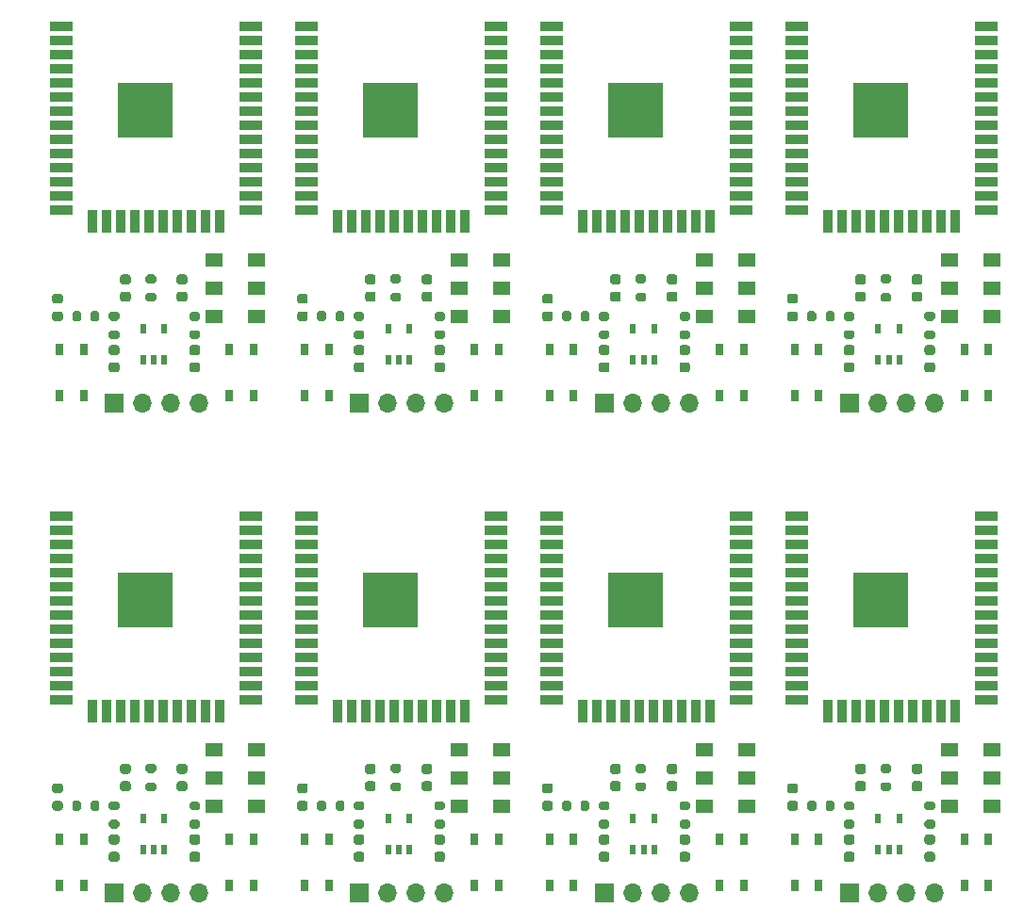
<source format=gts>
%TF.GenerationSoftware,KiCad,Pcbnew,(5.1.7)-1*%
%TF.CreationDate,2020-10-20T02:58:57+09:00*%
%TF.ProjectId,UARTtoBluetooth_array,55415254-746f-4426-9c75-65746f6f7468,rev?*%
%TF.SameCoordinates,Original*%
%TF.FileFunction,Soldermask,Top*%
%TF.FilePolarity,Negative*%
%FSLAX46Y46*%
G04 Gerber Fmt 4.6, Leading zero omitted, Abs format (unit mm)*
G04 Created by KiCad (PCBNEW (5.1.7)-1) date 2020-10-20 02:58:57*
%MOMM*%
%LPD*%
G01*
G04 APERTURE LIST*
%ADD10R,1.500000X1.200000*%
%ADD11R,0.600000X0.900000*%
%ADD12R,5.000000X5.000000*%
%ADD13R,2.000000X0.900000*%
%ADD14R,0.900000X2.000000*%
%ADD15R,0.650000X1.050000*%
%ADD16R,1.700000X1.700000*%
%ADD17O,1.700000X1.700000*%
G04 APERTURE END LIST*
D10*
%TO.C,SW1*%
X197708000Y-144730000D03*
X201518000Y-144730000D03*
X201518000Y-142190000D03*
X197708000Y-142190000D03*
X197708000Y-139650000D03*
X201518000Y-139650000D03*
%TD*%
%TO.C,SW1*%
X175708000Y-144730000D03*
X179518000Y-144730000D03*
X179518000Y-142190000D03*
X175708000Y-142190000D03*
X175708000Y-139650000D03*
X179518000Y-139650000D03*
%TD*%
%TO.C,SW1*%
X153708000Y-144730000D03*
X157518000Y-144730000D03*
X157518000Y-142190000D03*
X153708000Y-142190000D03*
X153708000Y-139650000D03*
X157518000Y-139650000D03*
%TD*%
%TO.C,SW1*%
X131708000Y-144730000D03*
X135518000Y-144730000D03*
X135518000Y-142190000D03*
X131708000Y-142190000D03*
X131708000Y-139650000D03*
X135518000Y-139650000D03*
%TD*%
%TO.C,SW1*%
X197708000Y-100730000D03*
X201518000Y-100730000D03*
X201518000Y-98190000D03*
X197708000Y-98190000D03*
X197708000Y-95650000D03*
X201518000Y-95650000D03*
%TD*%
%TO.C,SW1*%
X175708000Y-100730000D03*
X179518000Y-100730000D03*
X179518000Y-98190000D03*
X175708000Y-98190000D03*
X175708000Y-95650000D03*
X179518000Y-95650000D03*
%TD*%
%TO.C,SW1*%
X153708000Y-100730000D03*
X157518000Y-100730000D03*
X157518000Y-98190000D03*
X153708000Y-98190000D03*
X153708000Y-95650000D03*
X157518000Y-95650000D03*
%TD*%
%TO.C,R1*%
G36*
G01*
X184945000Y-145005000D02*
X184945000Y-144455000D01*
G75*
G02*
X185145000Y-144255000I200000J0D01*
G01*
X185545000Y-144255000D01*
G75*
G02*
X185745000Y-144455000I0J-200000D01*
G01*
X185745000Y-145005000D01*
G75*
G02*
X185545000Y-145205000I-200000J0D01*
G01*
X185145000Y-145205000D01*
G75*
G02*
X184945000Y-145005000I0J200000D01*
G01*
G37*
G36*
G01*
X186595000Y-145005000D02*
X186595000Y-144455000D01*
G75*
G02*
X186795000Y-144255000I200000J0D01*
G01*
X187195000Y-144255000D01*
G75*
G02*
X187395000Y-144455000I0J-200000D01*
G01*
X187395000Y-145005000D01*
G75*
G02*
X187195000Y-145205000I-200000J0D01*
G01*
X186795000Y-145205000D01*
G75*
G02*
X186595000Y-145005000I0J200000D01*
G01*
G37*
%TD*%
%TO.C,R1*%
G36*
G01*
X162945000Y-145005000D02*
X162945000Y-144455000D01*
G75*
G02*
X163145000Y-144255000I200000J0D01*
G01*
X163545000Y-144255000D01*
G75*
G02*
X163745000Y-144455000I0J-200000D01*
G01*
X163745000Y-145005000D01*
G75*
G02*
X163545000Y-145205000I-200000J0D01*
G01*
X163145000Y-145205000D01*
G75*
G02*
X162945000Y-145005000I0J200000D01*
G01*
G37*
G36*
G01*
X164595000Y-145005000D02*
X164595000Y-144455000D01*
G75*
G02*
X164795000Y-144255000I200000J0D01*
G01*
X165195000Y-144255000D01*
G75*
G02*
X165395000Y-144455000I0J-200000D01*
G01*
X165395000Y-145005000D01*
G75*
G02*
X165195000Y-145205000I-200000J0D01*
G01*
X164795000Y-145205000D01*
G75*
G02*
X164595000Y-145005000I0J200000D01*
G01*
G37*
%TD*%
%TO.C,R1*%
G36*
G01*
X140945000Y-145005000D02*
X140945000Y-144455000D01*
G75*
G02*
X141145000Y-144255000I200000J0D01*
G01*
X141545000Y-144255000D01*
G75*
G02*
X141745000Y-144455000I0J-200000D01*
G01*
X141745000Y-145005000D01*
G75*
G02*
X141545000Y-145205000I-200000J0D01*
G01*
X141145000Y-145205000D01*
G75*
G02*
X140945000Y-145005000I0J200000D01*
G01*
G37*
G36*
G01*
X142595000Y-145005000D02*
X142595000Y-144455000D01*
G75*
G02*
X142795000Y-144255000I200000J0D01*
G01*
X143195000Y-144255000D01*
G75*
G02*
X143395000Y-144455000I0J-200000D01*
G01*
X143395000Y-145005000D01*
G75*
G02*
X143195000Y-145205000I-200000J0D01*
G01*
X142795000Y-145205000D01*
G75*
G02*
X142595000Y-145005000I0J200000D01*
G01*
G37*
%TD*%
%TO.C,R1*%
G36*
G01*
X118945000Y-145005000D02*
X118945000Y-144455000D01*
G75*
G02*
X119145000Y-144255000I200000J0D01*
G01*
X119545000Y-144255000D01*
G75*
G02*
X119745000Y-144455000I0J-200000D01*
G01*
X119745000Y-145005000D01*
G75*
G02*
X119545000Y-145205000I-200000J0D01*
G01*
X119145000Y-145205000D01*
G75*
G02*
X118945000Y-145005000I0J200000D01*
G01*
G37*
G36*
G01*
X120595000Y-145005000D02*
X120595000Y-144455000D01*
G75*
G02*
X120795000Y-144255000I200000J0D01*
G01*
X121195000Y-144255000D01*
G75*
G02*
X121395000Y-144455000I0J-200000D01*
G01*
X121395000Y-145005000D01*
G75*
G02*
X121195000Y-145205000I-200000J0D01*
G01*
X120795000Y-145205000D01*
G75*
G02*
X120595000Y-145005000I0J200000D01*
G01*
G37*
%TD*%
%TO.C,R1*%
G36*
G01*
X184945000Y-101005000D02*
X184945000Y-100455000D01*
G75*
G02*
X185145000Y-100255000I200000J0D01*
G01*
X185545000Y-100255000D01*
G75*
G02*
X185745000Y-100455000I0J-200000D01*
G01*
X185745000Y-101005000D01*
G75*
G02*
X185545000Y-101205000I-200000J0D01*
G01*
X185145000Y-101205000D01*
G75*
G02*
X184945000Y-101005000I0J200000D01*
G01*
G37*
G36*
G01*
X186595000Y-101005000D02*
X186595000Y-100455000D01*
G75*
G02*
X186795000Y-100255000I200000J0D01*
G01*
X187195000Y-100255000D01*
G75*
G02*
X187395000Y-100455000I0J-200000D01*
G01*
X187395000Y-101005000D01*
G75*
G02*
X187195000Y-101205000I-200000J0D01*
G01*
X186795000Y-101205000D01*
G75*
G02*
X186595000Y-101005000I0J200000D01*
G01*
G37*
%TD*%
%TO.C,R1*%
G36*
G01*
X162945000Y-101005000D02*
X162945000Y-100455000D01*
G75*
G02*
X163145000Y-100255000I200000J0D01*
G01*
X163545000Y-100255000D01*
G75*
G02*
X163745000Y-100455000I0J-200000D01*
G01*
X163745000Y-101005000D01*
G75*
G02*
X163545000Y-101205000I-200000J0D01*
G01*
X163145000Y-101205000D01*
G75*
G02*
X162945000Y-101005000I0J200000D01*
G01*
G37*
G36*
G01*
X164595000Y-101005000D02*
X164595000Y-100455000D01*
G75*
G02*
X164795000Y-100255000I200000J0D01*
G01*
X165195000Y-100255000D01*
G75*
G02*
X165395000Y-100455000I0J-200000D01*
G01*
X165395000Y-101005000D01*
G75*
G02*
X165195000Y-101205000I-200000J0D01*
G01*
X164795000Y-101205000D01*
G75*
G02*
X164595000Y-101005000I0J200000D01*
G01*
G37*
%TD*%
%TO.C,R1*%
G36*
G01*
X140945000Y-101005000D02*
X140945000Y-100455000D01*
G75*
G02*
X141145000Y-100255000I200000J0D01*
G01*
X141545000Y-100255000D01*
G75*
G02*
X141745000Y-100455000I0J-200000D01*
G01*
X141745000Y-101005000D01*
G75*
G02*
X141545000Y-101205000I-200000J0D01*
G01*
X141145000Y-101205000D01*
G75*
G02*
X140945000Y-101005000I0J200000D01*
G01*
G37*
G36*
G01*
X142595000Y-101005000D02*
X142595000Y-100455000D01*
G75*
G02*
X142795000Y-100255000I200000J0D01*
G01*
X143195000Y-100255000D01*
G75*
G02*
X143395000Y-100455000I0J-200000D01*
G01*
X143395000Y-101005000D01*
G75*
G02*
X143195000Y-101205000I-200000J0D01*
G01*
X142795000Y-101205000D01*
G75*
G02*
X142595000Y-101005000I0J200000D01*
G01*
G37*
%TD*%
%TO.C,D1*%
G36*
G01*
X183373750Y-142717500D02*
X183886250Y-142717500D01*
G75*
G02*
X184105000Y-142936250I0J-218750D01*
G01*
X184105000Y-143373750D01*
G75*
G02*
X183886250Y-143592500I-218750J0D01*
G01*
X183373750Y-143592500D01*
G75*
G02*
X183155000Y-143373750I0J218750D01*
G01*
X183155000Y-142936250D01*
G75*
G02*
X183373750Y-142717500I218750J0D01*
G01*
G37*
G36*
G01*
X183373750Y-144292500D02*
X183886250Y-144292500D01*
G75*
G02*
X184105000Y-144511250I0J-218750D01*
G01*
X184105000Y-144948750D01*
G75*
G02*
X183886250Y-145167500I-218750J0D01*
G01*
X183373750Y-145167500D01*
G75*
G02*
X183155000Y-144948750I0J218750D01*
G01*
X183155000Y-144511250D01*
G75*
G02*
X183373750Y-144292500I218750J0D01*
G01*
G37*
%TD*%
%TO.C,D1*%
G36*
G01*
X161373750Y-142717500D02*
X161886250Y-142717500D01*
G75*
G02*
X162105000Y-142936250I0J-218750D01*
G01*
X162105000Y-143373750D01*
G75*
G02*
X161886250Y-143592500I-218750J0D01*
G01*
X161373750Y-143592500D01*
G75*
G02*
X161155000Y-143373750I0J218750D01*
G01*
X161155000Y-142936250D01*
G75*
G02*
X161373750Y-142717500I218750J0D01*
G01*
G37*
G36*
G01*
X161373750Y-144292500D02*
X161886250Y-144292500D01*
G75*
G02*
X162105000Y-144511250I0J-218750D01*
G01*
X162105000Y-144948750D01*
G75*
G02*
X161886250Y-145167500I-218750J0D01*
G01*
X161373750Y-145167500D01*
G75*
G02*
X161155000Y-144948750I0J218750D01*
G01*
X161155000Y-144511250D01*
G75*
G02*
X161373750Y-144292500I218750J0D01*
G01*
G37*
%TD*%
%TO.C,D1*%
G36*
G01*
X139373750Y-142717500D02*
X139886250Y-142717500D01*
G75*
G02*
X140105000Y-142936250I0J-218750D01*
G01*
X140105000Y-143373750D01*
G75*
G02*
X139886250Y-143592500I-218750J0D01*
G01*
X139373750Y-143592500D01*
G75*
G02*
X139155000Y-143373750I0J218750D01*
G01*
X139155000Y-142936250D01*
G75*
G02*
X139373750Y-142717500I218750J0D01*
G01*
G37*
G36*
G01*
X139373750Y-144292500D02*
X139886250Y-144292500D01*
G75*
G02*
X140105000Y-144511250I0J-218750D01*
G01*
X140105000Y-144948750D01*
G75*
G02*
X139886250Y-145167500I-218750J0D01*
G01*
X139373750Y-145167500D01*
G75*
G02*
X139155000Y-144948750I0J218750D01*
G01*
X139155000Y-144511250D01*
G75*
G02*
X139373750Y-144292500I218750J0D01*
G01*
G37*
%TD*%
%TO.C,D1*%
G36*
G01*
X117373750Y-142717500D02*
X117886250Y-142717500D01*
G75*
G02*
X118105000Y-142936250I0J-218750D01*
G01*
X118105000Y-143373750D01*
G75*
G02*
X117886250Y-143592500I-218750J0D01*
G01*
X117373750Y-143592500D01*
G75*
G02*
X117155000Y-143373750I0J218750D01*
G01*
X117155000Y-142936250D01*
G75*
G02*
X117373750Y-142717500I218750J0D01*
G01*
G37*
G36*
G01*
X117373750Y-144292500D02*
X117886250Y-144292500D01*
G75*
G02*
X118105000Y-144511250I0J-218750D01*
G01*
X118105000Y-144948750D01*
G75*
G02*
X117886250Y-145167500I-218750J0D01*
G01*
X117373750Y-145167500D01*
G75*
G02*
X117155000Y-144948750I0J218750D01*
G01*
X117155000Y-144511250D01*
G75*
G02*
X117373750Y-144292500I218750J0D01*
G01*
G37*
%TD*%
%TO.C,D1*%
G36*
G01*
X183373750Y-98717500D02*
X183886250Y-98717500D01*
G75*
G02*
X184105000Y-98936250I0J-218750D01*
G01*
X184105000Y-99373750D01*
G75*
G02*
X183886250Y-99592500I-218750J0D01*
G01*
X183373750Y-99592500D01*
G75*
G02*
X183155000Y-99373750I0J218750D01*
G01*
X183155000Y-98936250D01*
G75*
G02*
X183373750Y-98717500I218750J0D01*
G01*
G37*
G36*
G01*
X183373750Y-100292500D02*
X183886250Y-100292500D01*
G75*
G02*
X184105000Y-100511250I0J-218750D01*
G01*
X184105000Y-100948750D01*
G75*
G02*
X183886250Y-101167500I-218750J0D01*
G01*
X183373750Y-101167500D01*
G75*
G02*
X183155000Y-100948750I0J218750D01*
G01*
X183155000Y-100511250D01*
G75*
G02*
X183373750Y-100292500I218750J0D01*
G01*
G37*
%TD*%
%TO.C,D1*%
G36*
G01*
X161373750Y-98717500D02*
X161886250Y-98717500D01*
G75*
G02*
X162105000Y-98936250I0J-218750D01*
G01*
X162105000Y-99373750D01*
G75*
G02*
X161886250Y-99592500I-218750J0D01*
G01*
X161373750Y-99592500D01*
G75*
G02*
X161155000Y-99373750I0J218750D01*
G01*
X161155000Y-98936250D01*
G75*
G02*
X161373750Y-98717500I218750J0D01*
G01*
G37*
G36*
G01*
X161373750Y-100292500D02*
X161886250Y-100292500D01*
G75*
G02*
X162105000Y-100511250I0J-218750D01*
G01*
X162105000Y-100948750D01*
G75*
G02*
X161886250Y-101167500I-218750J0D01*
G01*
X161373750Y-101167500D01*
G75*
G02*
X161155000Y-100948750I0J218750D01*
G01*
X161155000Y-100511250D01*
G75*
G02*
X161373750Y-100292500I218750J0D01*
G01*
G37*
%TD*%
%TO.C,D1*%
G36*
G01*
X139373750Y-98717500D02*
X139886250Y-98717500D01*
G75*
G02*
X140105000Y-98936250I0J-218750D01*
G01*
X140105000Y-99373750D01*
G75*
G02*
X139886250Y-99592500I-218750J0D01*
G01*
X139373750Y-99592500D01*
G75*
G02*
X139155000Y-99373750I0J218750D01*
G01*
X139155000Y-98936250D01*
G75*
G02*
X139373750Y-98717500I218750J0D01*
G01*
G37*
G36*
G01*
X139373750Y-100292500D02*
X139886250Y-100292500D01*
G75*
G02*
X140105000Y-100511250I0J-218750D01*
G01*
X140105000Y-100948750D01*
G75*
G02*
X139886250Y-101167500I-218750J0D01*
G01*
X139373750Y-101167500D01*
G75*
G02*
X139155000Y-100948750I0J218750D01*
G01*
X139155000Y-100511250D01*
G75*
G02*
X139373750Y-100292500I218750J0D01*
G01*
G37*
%TD*%
%TO.C,C1*%
G36*
G01*
X195056000Y-141865000D02*
X194556000Y-141865000D01*
G75*
G02*
X194331000Y-141640000I0J225000D01*
G01*
X194331000Y-141190000D01*
G75*
G02*
X194556000Y-140965000I225000J0D01*
G01*
X195056000Y-140965000D01*
G75*
G02*
X195281000Y-141190000I0J-225000D01*
G01*
X195281000Y-141640000D01*
G75*
G02*
X195056000Y-141865000I-225000J0D01*
G01*
G37*
G36*
G01*
X195056000Y-143415000D02*
X194556000Y-143415000D01*
G75*
G02*
X194331000Y-143190000I0J225000D01*
G01*
X194331000Y-142740000D01*
G75*
G02*
X194556000Y-142515000I225000J0D01*
G01*
X195056000Y-142515000D01*
G75*
G02*
X195281000Y-142740000I0J-225000D01*
G01*
X195281000Y-143190000D01*
G75*
G02*
X195056000Y-143415000I-225000J0D01*
G01*
G37*
%TD*%
%TO.C,C1*%
G36*
G01*
X173056000Y-141865000D02*
X172556000Y-141865000D01*
G75*
G02*
X172331000Y-141640000I0J225000D01*
G01*
X172331000Y-141190000D01*
G75*
G02*
X172556000Y-140965000I225000J0D01*
G01*
X173056000Y-140965000D01*
G75*
G02*
X173281000Y-141190000I0J-225000D01*
G01*
X173281000Y-141640000D01*
G75*
G02*
X173056000Y-141865000I-225000J0D01*
G01*
G37*
G36*
G01*
X173056000Y-143415000D02*
X172556000Y-143415000D01*
G75*
G02*
X172331000Y-143190000I0J225000D01*
G01*
X172331000Y-142740000D01*
G75*
G02*
X172556000Y-142515000I225000J0D01*
G01*
X173056000Y-142515000D01*
G75*
G02*
X173281000Y-142740000I0J-225000D01*
G01*
X173281000Y-143190000D01*
G75*
G02*
X173056000Y-143415000I-225000J0D01*
G01*
G37*
%TD*%
%TO.C,C1*%
G36*
G01*
X151056000Y-141865000D02*
X150556000Y-141865000D01*
G75*
G02*
X150331000Y-141640000I0J225000D01*
G01*
X150331000Y-141190000D01*
G75*
G02*
X150556000Y-140965000I225000J0D01*
G01*
X151056000Y-140965000D01*
G75*
G02*
X151281000Y-141190000I0J-225000D01*
G01*
X151281000Y-141640000D01*
G75*
G02*
X151056000Y-141865000I-225000J0D01*
G01*
G37*
G36*
G01*
X151056000Y-143415000D02*
X150556000Y-143415000D01*
G75*
G02*
X150331000Y-143190000I0J225000D01*
G01*
X150331000Y-142740000D01*
G75*
G02*
X150556000Y-142515000I225000J0D01*
G01*
X151056000Y-142515000D01*
G75*
G02*
X151281000Y-142740000I0J-225000D01*
G01*
X151281000Y-143190000D01*
G75*
G02*
X151056000Y-143415000I-225000J0D01*
G01*
G37*
%TD*%
%TO.C,C1*%
G36*
G01*
X129056000Y-141865000D02*
X128556000Y-141865000D01*
G75*
G02*
X128331000Y-141640000I0J225000D01*
G01*
X128331000Y-141190000D01*
G75*
G02*
X128556000Y-140965000I225000J0D01*
G01*
X129056000Y-140965000D01*
G75*
G02*
X129281000Y-141190000I0J-225000D01*
G01*
X129281000Y-141640000D01*
G75*
G02*
X129056000Y-141865000I-225000J0D01*
G01*
G37*
G36*
G01*
X129056000Y-143415000D02*
X128556000Y-143415000D01*
G75*
G02*
X128331000Y-143190000I0J225000D01*
G01*
X128331000Y-142740000D01*
G75*
G02*
X128556000Y-142515000I225000J0D01*
G01*
X129056000Y-142515000D01*
G75*
G02*
X129281000Y-142740000I0J-225000D01*
G01*
X129281000Y-143190000D01*
G75*
G02*
X129056000Y-143415000I-225000J0D01*
G01*
G37*
%TD*%
%TO.C,C1*%
G36*
G01*
X195056000Y-97865000D02*
X194556000Y-97865000D01*
G75*
G02*
X194331000Y-97640000I0J225000D01*
G01*
X194331000Y-97190000D01*
G75*
G02*
X194556000Y-96965000I225000J0D01*
G01*
X195056000Y-96965000D01*
G75*
G02*
X195281000Y-97190000I0J-225000D01*
G01*
X195281000Y-97640000D01*
G75*
G02*
X195056000Y-97865000I-225000J0D01*
G01*
G37*
G36*
G01*
X195056000Y-99415000D02*
X194556000Y-99415000D01*
G75*
G02*
X194331000Y-99190000I0J225000D01*
G01*
X194331000Y-98740000D01*
G75*
G02*
X194556000Y-98515000I225000J0D01*
G01*
X195056000Y-98515000D01*
G75*
G02*
X195281000Y-98740000I0J-225000D01*
G01*
X195281000Y-99190000D01*
G75*
G02*
X195056000Y-99415000I-225000J0D01*
G01*
G37*
%TD*%
%TO.C,C1*%
G36*
G01*
X173056000Y-97865000D02*
X172556000Y-97865000D01*
G75*
G02*
X172331000Y-97640000I0J225000D01*
G01*
X172331000Y-97190000D01*
G75*
G02*
X172556000Y-96965000I225000J0D01*
G01*
X173056000Y-96965000D01*
G75*
G02*
X173281000Y-97190000I0J-225000D01*
G01*
X173281000Y-97640000D01*
G75*
G02*
X173056000Y-97865000I-225000J0D01*
G01*
G37*
G36*
G01*
X173056000Y-99415000D02*
X172556000Y-99415000D01*
G75*
G02*
X172331000Y-99190000I0J225000D01*
G01*
X172331000Y-98740000D01*
G75*
G02*
X172556000Y-98515000I225000J0D01*
G01*
X173056000Y-98515000D01*
G75*
G02*
X173281000Y-98740000I0J-225000D01*
G01*
X173281000Y-99190000D01*
G75*
G02*
X173056000Y-99415000I-225000J0D01*
G01*
G37*
%TD*%
%TO.C,C1*%
G36*
G01*
X151056000Y-97865000D02*
X150556000Y-97865000D01*
G75*
G02*
X150331000Y-97640000I0J225000D01*
G01*
X150331000Y-97190000D01*
G75*
G02*
X150556000Y-96965000I225000J0D01*
G01*
X151056000Y-96965000D01*
G75*
G02*
X151281000Y-97190000I0J-225000D01*
G01*
X151281000Y-97640000D01*
G75*
G02*
X151056000Y-97865000I-225000J0D01*
G01*
G37*
G36*
G01*
X151056000Y-99415000D02*
X150556000Y-99415000D01*
G75*
G02*
X150331000Y-99190000I0J225000D01*
G01*
X150331000Y-98740000D01*
G75*
G02*
X150556000Y-98515000I225000J0D01*
G01*
X151056000Y-98515000D01*
G75*
G02*
X151281000Y-98740000I0J-225000D01*
G01*
X151281000Y-99190000D01*
G75*
G02*
X151056000Y-99415000I-225000J0D01*
G01*
G37*
%TD*%
%TO.C,C3*%
G36*
G01*
X195700000Y-147315000D02*
X196200000Y-147315000D01*
G75*
G02*
X196425000Y-147540000I0J-225000D01*
G01*
X196425000Y-147990000D01*
G75*
G02*
X196200000Y-148215000I-225000J0D01*
G01*
X195700000Y-148215000D01*
G75*
G02*
X195475000Y-147990000I0J225000D01*
G01*
X195475000Y-147540000D01*
G75*
G02*
X195700000Y-147315000I225000J0D01*
G01*
G37*
G36*
G01*
X195700000Y-148865000D02*
X196200000Y-148865000D01*
G75*
G02*
X196425000Y-149090000I0J-225000D01*
G01*
X196425000Y-149540000D01*
G75*
G02*
X196200000Y-149765000I-225000J0D01*
G01*
X195700000Y-149765000D01*
G75*
G02*
X195475000Y-149540000I0J225000D01*
G01*
X195475000Y-149090000D01*
G75*
G02*
X195700000Y-148865000I225000J0D01*
G01*
G37*
%TD*%
%TO.C,C3*%
G36*
G01*
X173700000Y-147315000D02*
X174200000Y-147315000D01*
G75*
G02*
X174425000Y-147540000I0J-225000D01*
G01*
X174425000Y-147990000D01*
G75*
G02*
X174200000Y-148215000I-225000J0D01*
G01*
X173700000Y-148215000D01*
G75*
G02*
X173475000Y-147990000I0J225000D01*
G01*
X173475000Y-147540000D01*
G75*
G02*
X173700000Y-147315000I225000J0D01*
G01*
G37*
G36*
G01*
X173700000Y-148865000D02*
X174200000Y-148865000D01*
G75*
G02*
X174425000Y-149090000I0J-225000D01*
G01*
X174425000Y-149540000D01*
G75*
G02*
X174200000Y-149765000I-225000J0D01*
G01*
X173700000Y-149765000D01*
G75*
G02*
X173475000Y-149540000I0J225000D01*
G01*
X173475000Y-149090000D01*
G75*
G02*
X173700000Y-148865000I225000J0D01*
G01*
G37*
%TD*%
%TO.C,C3*%
G36*
G01*
X151700000Y-147315000D02*
X152200000Y-147315000D01*
G75*
G02*
X152425000Y-147540000I0J-225000D01*
G01*
X152425000Y-147990000D01*
G75*
G02*
X152200000Y-148215000I-225000J0D01*
G01*
X151700000Y-148215000D01*
G75*
G02*
X151475000Y-147990000I0J225000D01*
G01*
X151475000Y-147540000D01*
G75*
G02*
X151700000Y-147315000I225000J0D01*
G01*
G37*
G36*
G01*
X151700000Y-148865000D02*
X152200000Y-148865000D01*
G75*
G02*
X152425000Y-149090000I0J-225000D01*
G01*
X152425000Y-149540000D01*
G75*
G02*
X152200000Y-149765000I-225000J0D01*
G01*
X151700000Y-149765000D01*
G75*
G02*
X151475000Y-149540000I0J225000D01*
G01*
X151475000Y-149090000D01*
G75*
G02*
X151700000Y-148865000I225000J0D01*
G01*
G37*
%TD*%
%TO.C,C3*%
G36*
G01*
X129700000Y-147315000D02*
X130200000Y-147315000D01*
G75*
G02*
X130425000Y-147540000I0J-225000D01*
G01*
X130425000Y-147990000D01*
G75*
G02*
X130200000Y-148215000I-225000J0D01*
G01*
X129700000Y-148215000D01*
G75*
G02*
X129475000Y-147990000I0J225000D01*
G01*
X129475000Y-147540000D01*
G75*
G02*
X129700000Y-147315000I225000J0D01*
G01*
G37*
G36*
G01*
X129700000Y-148865000D02*
X130200000Y-148865000D01*
G75*
G02*
X130425000Y-149090000I0J-225000D01*
G01*
X130425000Y-149540000D01*
G75*
G02*
X130200000Y-149765000I-225000J0D01*
G01*
X129700000Y-149765000D01*
G75*
G02*
X129475000Y-149540000I0J225000D01*
G01*
X129475000Y-149090000D01*
G75*
G02*
X129700000Y-148865000I225000J0D01*
G01*
G37*
%TD*%
%TO.C,C3*%
G36*
G01*
X195700000Y-103315000D02*
X196200000Y-103315000D01*
G75*
G02*
X196425000Y-103540000I0J-225000D01*
G01*
X196425000Y-103990000D01*
G75*
G02*
X196200000Y-104215000I-225000J0D01*
G01*
X195700000Y-104215000D01*
G75*
G02*
X195475000Y-103990000I0J225000D01*
G01*
X195475000Y-103540000D01*
G75*
G02*
X195700000Y-103315000I225000J0D01*
G01*
G37*
G36*
G01*
X195700000Y-104865000D02*
X196200000Y-104865000D01*
G75*
G02*
X196425000Y-105090000I0J-225000D01*
G01*
X196425000Y-105540000D01*
G75*
G02*
X196200000Y-105765000I-225000J0D01*
G01*
X195700000Y-105765000D01*
G75*
G02*
X195475000Y-105540000I0J225000D01*
G01*
X195475000Y-105090000D01*
G75*
G02*
X195700000Y-104865000I225000J0D01*
G01*
G37*
%TD*%
%TO.C,C3*%
G36*
G01*
X173700000Y-103315000D02*
X174200000Y-103315000D01*
G75*
G02*
X174425000Y-103540000I0J-225000D01*
G01*
X174425000Y-103990000D01*
G75*
G02*
X174200000Y-104215000I-225000J0D01*
G01*
X173700000Y-104215000D01*
G75*
G02*
X173475000Y-103990000I0J225000D01*
G01*
X173475000Y-103540000D01*
G75*
G02*
X173700000Y-103315000I225000J0D01*
G01*
G37*
G36*
G01*
X173700000Y-104865000D02*
X174200000Y-104865000D01*
G75*
G02*
X174425000Y-105090000I0J-225000D01*
G01*
X174425000Y-105540000D01*
G75*
G02*
X174200000Y-105765000I-225000J0D01*
G01*
X173700000Y-105765000D01*
G75*
G02*
X173475000Y-105540000I0J225000D01*
G01*
X173475000Y-105090000D01*
G75*
G02*
X173700000Y-104865000I225000J0D01*
G01*
G37*
%TD*%
%TO.C,C3*%
G36*
G01*
X151700000Y-103315000D02*
X152200000Y-103315000D01*
G75*
G02*
X152425000Y-103540000I0J-225000D01*
G01*
X152425000Y-103990000D01*
G75*
G02*
X152200000Y-104215000I-225000J0D01*
G01*
X151700000Y-104215000D01*
G75*
G02*
X151475000Y-103990000I0J225000D01*
G01*
X151475000Y-103540000D01*
G75*
G02*
X151700000Y-103315000I225000J0D01*
G01*
G37*
G36*
G01*
X151700000Y-104865000D02*
X152200000Y-104865000D01*
G75*
G02*
X152425000Y-105090000I0J-225000D01*
G01*
X152425000Y-105540000D01*
G75*
G02*
X152200000Y-105765000I-225000J0D01*
G01*
X151700000Y-105765000D01*
G75*
G02*
X151475000Y-105540000I0J225000D01*
G01*
X151475000Y-105090000D01*
G75*
G02*
X151700000Y-104865000I225000J0D01*
G01*
G37*
%TD*%
%TO.C,C4*%
G36*
G01*
X188460000Y-147315000D02*
X188960000Y-147315000D01*
G75*
G02*
X189185000Y-147540000I0J-225000D01*
G01*
X189185000Y-147990000D01*
G75*
G02*
X188960000Y-148215000I-225000J0D01*
G01*
X188460000Y-148215000D01*
G75*
G02*
X188235000Y-147990000I0J225000D01*
G01*
X188235000Y-147540000D01*
G75*
G02*
X188460000Y-147315000I225000J0D01*
G01*
G37*
G36*
G01*
X188460000Y-148865000D02*
X188960000Y-148865000D01*
G75*
G02*
X189185000Y-149090000I0J-225000D01*
G01*
X189185000Y-149540000D01*
G75*
G02*
X188960000Y-149765000I-225000J0D01*
G01*
X188460000Y-149765000D01*
G75*
G02*
X188235000Y-149540000I0J225000D01*
G01*
X188235000Y-149090000D01*
G75*
G02*
X188460000Y-148865000I225000J0D01*
G01*
G37*
%TD*%
%TO.C,C4*%
G36*
G01*
X166460000Y-147315000D02*
X166960000Y-147315000D01*
G75*
G02*
X167185000Y-147540000I0J-225000D01*
G01*
X167185000Y-147990000D01*
G75*
G02*
X166960000Y-148215000I-225000J0D01*
G01*
X166460000Y-148215000D01*
G75*
G02*
X166235000Y-147990000I0J225000D01*
G01*
X166235000Y-147540000D01*
G75*
G02*
X166460000Y-147315000I225000J0D01*
G01*
G37*
G36*
G01*
X166460000Y-148865000D02*
X166960000Y-148865000D01*
G75*
G02*
X167185000Y-149090000I0J-225000D01*
G01*
X167185000Y-149540000D01*
G75*
G02*
X166960000Y-149765000I-225000J0D01*
G01*
X166460000Y-149765000D01*
G75*
G02*
X166235000Y-149540000I0J225000D01*
G01*
X166235000Y-149090000D01*
G75*
G02*
X166460000Y-148865000I225000J0D01*
G01*
G37*
%TD*%
%TO.C,C4*%
G36*
G01*
X144460000Y-147315000D02*
X144960000Y-147315000D01*
G75*
G02*
X145185000Y-147540000I0J-225000D01*
G01*
X145185000Y-147990000D01*
G75*
G02*
X144960000Y-148215000I-225000J0D01*
G01*
X144460000Y-148215000D01*
G75*
G02*
X144235000Y-147990000I0J225000D01*
G01*
X144235000Y-147540000D01*
G75*
G02*
X144460000Y-147315000I225000J0D01*
G01*
G37*
G36*
G01*
X144460000Y-148865000D02*
X144960000Y-148865000D01*
G75*
G02*
X145185000Y-149090000I0J-225000D01*
G01*
X145185000Y-149540000D01*
G75*
G02*
X144960000Y-149765000I-225000J0D01*
G01*
X144460000Y-149765000D01*
G75*
G02*
X144235000Y-149540000I0J225000D01*
G01*
X144235000Y-149090000D01*
G75*
G02*
X144460000Y-148865000I225000J0D01*
G01*
G37*
%TD*%
%TO.C,C4*%
G36*
G01*
X122460000Y-147315000D02*
X122960000Y-147315000D01*
G75*
G02*
X123185000Y-147540000I0J-225000D01*
G01*
X123185000Y-147990000D01*
G75*
G02*
X122960000Y-148215000I-225000J0D01*
G01*
X122460000Y-148215000D01*
G75*
G02*
X122235000Y-147990000I0J225000D01*
G01*
X122235000Y-147540000D01*
G75*
G02*
X122460000Y-147315000I225000J0D01*
G01*
G37*
G36*
G01*
X122460000Y-148865000D02*
X122960000Y-148865000D01*
G75*
G02*
X123185000Y-149090000I0J-225000D01*
G01*
X123185000Y-149540000D01*
G75*
G02*
X122960000Y-149765000I-225000J0D01*
G01*
X122460000Y-149765000D01*
G75*
G02*
X122235000Y-149540000I0J225000D01*
G01*
X122235000Y-149090000D01*
G75*
G02*
X122460000Y-148865000I225000J0D01*
G01*
G37*
%TD*%
%TO.C,C4*%
G36*
G01*
X188460000Y-103315000D02*
X188960000Y-103315000D01*
G75*
G02*
X189185000Y-103540000I0J-225000D01*
G01*
X189185000Y-103990000D01*
G75*
G02*
X188960000Y-104215000I-225000J0D01*
G01*
X188460000Y-104215000D01*
G75*
G02*
X188235000Y-103990000I0J225000D01*
G01*
X188235000Y-103540000D01*
G75*
G02*
X188460000Y-103315000I225000J0D01*
G01*
G37*
G36*
G01*
X188460000Y-104865000D02*
X188960000Y-104865000D01*
G75*
G02*
X189185000Y-105090000I0J-225000D01*
G01*
X189185000Y-105540000D01*
G75*
G02*
X188960000Y-105765000I-225000J0D01*
G01*
X188460000Y-105765000D01*
G75*
G02*
X188235000Y-105540000I0J225000D01*
G01*
X188235000Y-105090000D01*
G75*
G02*
X188460000Y-104865000I225000J0D01*
G01*
G37*
%TD*%
%TO.C,C4*%
G36*
G01*
X166460000Y-103315000D02*
X166960000Y-103315000D01*
G75*
G02*
X167185000Y-103540000I0J-225000D01*
G01*
X167185000Y-103990000D01*
G75*
G02*
X166960000Y-104215000I-225000J0D01*
G01*
X166460000Y-104215000D01*
G75*
G02*
X166235000Y-103990000I0J225000D01*
G01*
X166235000Y-103540000D01*
G75*
G02*
X166460000Y-103315000I225000J0D01*
G01*
G37*
G36*
G01*
X166460000Y-104865000D02*
X166960000Y-104865000D01*
G75*
G02*
X167185000Y-105090000I0J-225000D01*
G01*
X167185000Y-105540000D01*
G75*
G02*
X166960000Y-105765000I-225000J0D01*
G01*
X166460000Y-105765000D01*
G75*
G02*
X166235000Y-105540000I0J225000D01*
G01*
X166235000Y-105090000D01*
G75*
G02*
X166460000Y-104865000I225000J0D01*
G01*
G37*
%TD*%
%TO.C,C4*%
G36*
G01*
X144460000Y-103315000D02*
X144960000Y-103315000D01*
G75*
G02*
X145185000Y-103540000I0J-225000D01*
G01*
X145185000Y-103990000D01*
G75*
G02*
X144960000Y-104215000I-225000J0D01*
G01*
X144460000Y-104215000D01*
G75*
G02*
X144235000Y-103990000I0J225000D01*
G01*
X144235000Y-103540000D01*
G75*
G02*
X144460000Y-103315000I225000J0D01*
G01*
G37*
G36*
G01*
X144460000Y-104865000D02*
X144960000Y-104865000D01*
G75*
G02*
X145185000Y-105090000I0J-225000D01*
G01*
X145185000Y-105540000D01*
G75*
G02*
X144960000Y-105765000I-225000J0D01*
G01*
X144460000Y-105765000D01*
G75*
G02*
X144235000Y-105540000I0J225000D01*
G01*
X144235000Y-105090000D01*
G75*
G02*
X144460000Y-104865000I225000J0D01*
G01*
G37*
%TD*%
%TO.C,R2*%
G36*
G01*
X192287000Y-143415000D02*
X191737000Y-143415000D01*
G75*
G02*
X191537000Y-143215000I0J200000D01*
G01*
X191537000Y-142815000D01*
G75*
G02*
X191737000Y-142615000I200000J0D01*
G01*
X192287000Y-142615000D01*
G75*
G02*
X192487000Y-142815000I0J-200000D01*
G01*
X192487000Y-143215000D01*
G75*
G02*
X192287000Y-143415000I-200000J0D01*
G01*
G37*
G36*
G01*
X192287000Y-141765000D02*
X191737000Y-141765000D01*
G75*
G02*
X191537000Y-141565000I0J200000D01*
G01*
X191537000Y-141165000D01*
G75*
G02*
X191737000Y-140965000I200000J0D01*
G01*
X192287000Y-140965000D01*
G75*
G02*
X192487000Y-141165000I0J-200000D01*
G01*
X192487000Y-141565000D01*
G75*
G02*
X192287000Y-141765000I-200000J0D01*
G01*
G37*
%TD*%
%TO.C,R2*%
G36*
G01*
X170287000Y-143415000D02*
X169737000Y-143415000D01*
G75*
G02*
X169537000Y-143215000I0J200000D01*
G01*
X169537000Y-142815000D01*
G75*
G02*
X169737000Y-142615000I200000J0D01*
G01*
X170287000Y-142615000D01*
G75*
G02*
X170487000Y-142815000I0J-200000D01*
G01*
X170487000Y-143215000D01*
G75*
G02*
X170287000Y-143415000I-200000J0D01*
G01*
G37*
G36*
G01*
X170287000Y-141765000D02*
X169737000Y-141765000D01*
G75*
G02*
X169537000Y-141565000I0J200000D01*
G01*
X169537000Y-141165000D01*
G75*
G02*
X169737000Y-140965000I200000J0D01*
G01*
X170287000Y-140965000D01*
G75*
G02*
X170487000Y-141165000I0J-200000D01*
G01*
X170487000Y-141565000D01*
G75*
G02*
X170287000Y-141765000I-200000J0D01*
G01*
G37*
%TD*%
%TO.C,R2*%
G36*
G01*
X148287000Y-143415000D02*
X147737000Y-143415000D01*
G75*
G02*
X147537000Y-143215000I0J200000D01*
G01*
X147537000Y-142815000D01*
G75*
G02*
X147737000Y-142615000I200000J0D01*
G01*
X148287000Y-142615000D01*
G75*
G02*
X148487000Y-142815000I0J-200000D01*
G01*
X148487000Y-143215000D01*
G75*
G02*
X148287000Y-143415000I-200000J0D01*
G01*
G37*
G36*
G01*
X148287000Y-141765000D02*
X147737000Y-141765000D01*
G75*
G02*
X147537000Y-141565000I0J200000D01*
G01*
X147537000Y-141165000D01*
G75*
G02*
X147737000Y-140965000I200000J0D01*
G01*
X148287000Y-140965000D01*
G75*
G02*
X148487000Y-141165000I0J-200000D01*
G01*
X148487000Y-141565000D01*
G75*
G02*
X148287000Y-141765000I-200000J0D01*
G01*
G37*
%TD*%
%TO.C,R2*%
G36*
G01*
X126287000Y-143415000D02*
X125737000Y-143415000D01*
G75*
G02*
X125537000Y-143215000I0J200000D01*
G01*
X125537000Y-142815000D01*
G75*
G02*
X125737000Y-142615000I200000J0D01*
G01*
X126287000Y-142615000D01*
G75*
G02*
X126487000Y-142815000I0J-200000D01*
G01*
X126487000Y-143215000D01*
G75*
G02*
X126287000Y-143415000I-200000J0D01*
G01*
G37*
G36*
G01*
X126287000Y-141765000D02*
X125737000Y-141765000D01*
G75*
G02*
X125537000Y-141565000I0J200000D01*
G01*
X125537000Y-141165000D01*
G75*
G02*
X125737000Y-140965000I200000J0D01*
G01*
X126287000Y-140965000D01*
G75*
G02*
X126487000Y-141165000I0J-200000D01*
G01*
X126487000Y-141565000D01*
G75*
G02*
X126287000Y-141765000I-200000J0D01*
G01*
G37*
%TD*%
%TO.C,R2*%
G36*
G01*
X192287000Y-99415000D02*
X191737000Y-99415000D01*
G75*
G02*
X191537000Y-99215000I0J200000D01*
G01*
X191537000Y-98815000D01*
G75*
G02*
X191737000Y-98615000I200000J0D01*
G01*
X192287000Y-98615000D01*
G75*
G02*
X192487000Y-98815000I0J-200000D01*
G01*
X192487000Y-99215000D01*
G75*
G02*
X192287000Y-99415000I-200000J0D01*
G01*
G37*
G36*
G01*
X192287000Y-97765000D02*
X191737000Y-97765000D01*
G75*
G02*
X191537000Y-97565000I0J200000D01*
G01*
X191537000Y-97165000D01*
G75*
G02*
X191737000Y-96965000I200000J0D01*
G01*
X192287000Y-96965000D01*
G75*
G02*
X192487000Y-97165000I0J-200000D01*
G01*
X192487000Y-97565000D01*
G75*
G02*
X192287000Y-97765000I-200000J0D01*
G01*
G37*
%TD*%
%TO.C,R2*%
G36*
G01*
X170287000Y-99415000D02*
X169737000Y-99415000D01*
G75*
G02*
X169537000Y-99215000I0J200000D01*
G01*
X169537000Y-98815000D01*
G75*
G02*
X169737000Y-98615000I200000J0D01*
G01*
X170287000Y-98615000D01*
G75*
G02*
X170487000Y-98815000I0J-200000D01*
G01*
X170487000Y-99215000D01*
G75*
G02*
X170287000Y-99415000I-200000J0D01*
G01*
G37*
G36*
G01*
X170287000Y-97765000D02*
X169737000Y-97765000D01*
G75*
G02*
X169537000Y-97565000I0J200000D01*
G01*
X169537000Y-97165000D01*
G75*
G02*
X169737000Y-96965000I200000J0D01*
G01*
X170287000Y-96965000D01*
G75*
G02*
X170487000Y-97165000I0J-200000D01*
G01*
X170487000Y-97565000D01*
G75*
G02*
X170287000Y-97765000I-200000J0D01*
G01*
G37*
%TD*%
%TO.C,R2*%
G36*
G01*
X148287000Y-99415000D02*
X147737000Y-99415000D01*
G75*
G02*
X147537000Y-99215000I0J200000D01*
G01*
X147537000Y-98815000D01*
G75*
G02*
X147737000Y-98615000I200000J0D01*
G01*
X148287000Y-98615000D01*
G75*
G02*
X148487000Y-98815000I0J-200000D01*
G01*
X148487000Y-99215000D01*
G75*
G02*
X148287000Y-99415000I-200000J0D01*
G01*
G37*
G36*
G01*
X148287000Y-97765000D02*
X147737000Y-97765000D01*
G75*
G02*
X147537000Y-97565000I0J200000D01*
G01*
X147537000Y-97165000D01*
G75*
G02*
X147737000Y-96965000I200000J0D01*
G01*
X148287000Y-96965000D01*
G75*
G02*
X148487000Y-97165000I0J-200000D01*
G01*
X148487000Y-97565000D01*
G75*
G02*
X148287000Y-97765000I-200000J0D01*
G01*
G37*
%TD*%
%TO.C,C2*%
G36*
G01*
X189976000Y-143415000D02*
X189476000Y-143415000D01*
G75*
G02*
X189251000Y-143190000I0J225000D01*
G01*
X189251000Y-142740000D01*
G75*
G02*
X189476000Y-142515000I225000J0D01*
G01*
X189976000Y-142515000D01*
G75*
G02*
X190201000Y-142740000I0J-225000D01*
G01*
X190201000Y-143190000D01*
G75*
G02*
X189976000Y-143415000I-225000J0D01*
G01*
G37*
G36*
G01*
X189976000Y-141865000D02*
X189476000Y-141865000D01*
G75*
G02*
X189251000Y-141640000I0J225000D01*
G01*
X189251000Y-141190000D01*
G75*
G02*
X189476000Y-140965000I225000J0D01*
G01*
X189976000Y-140965000D01*
G75*
G02*
X190201000Y-141190000I0J-225000D01*
G01*
X190201000Y-141640000D01*
G75*
G02*
X189976000Y-141865000I-225000J0D01*
G01*
G37*
%TD*%
%TO.C,C2*%
G36*
G01*
X167976000Y-143415000D02*
X167476000Y-143415000D01*
G75*
G02*
X167251000Y-143190000I0J225000D01*
G01*
X167251000Y-142740000D01*
G75*
G02*
X167476000Y-142515000I225000J0D01*
G01*
X167976000Y-142515000D01*
G75*
G02*
X168201000Y-142740000I0J-225000D01*
G01*
X168201000Y-143190000D01*
G75*
G02*
X167976000Y-143415000I-225000J0D01*
G01*
G37*
G36*
G01*
X167976000Y-141865000D02*
X167476000Y-141865000D01*
G75*
G02*
X167251000Y-141640000I0J225000D01*
G01*
X167251000Y-141190000D01*
G75*
G02*
X167476000Y-140965000I225000J0D01*
G01*
X167976000Y-140965000D01*
G75*
G02*
X168201000Y-141190000I0J-225000D01*
G01*
X168201000Y-141640000D01*
G75*
G02*
X167976000Y-141865000I-225000J0D01*
G01*
G37*
%TD*%
%TO.C,C2*%
G36*
G01*
X145976000Y-143415000D02*
X145476000Y-143415000D01*
G75*
G02*
X145251000Y-143190000I0J225000D01*
G01*
X145251000Y-142740000D01*
G75*
G02*
X145476000Y-142515000I225000J0D01*
G01*
X145976000Y-142515000D01*
G75*
G02*
X146201000Y-142740000I0J-225000D01*
G01*
X146201000Y-143190000D01*
G75*
G02*
X145976000Y-143415000I-225000J0D01*
G01*
G37*
G36*
G01*
X145976000Y-141865000D02*
X145476000Y-141865000D01*
G75*
G02*
X145251000Y-141640000I0J225000D01*
G01*
X145251000Y-141190000D01*
G75*
G02*
X145476000Y-140965000I225000J0D01*
G01*
X145976000Y-140965000D01*
G75*
G02*
X146201000Y-141190000I0J-225000D01*
G01*
X146201000Y-141640000D01*
G75*
G02*
X145976000Y-141865000I-225000J0D01*
G01*
G37*
%TD*%
%TO.C,C2*%
G36*
G01*
X123976000Y-143415000D02*
X123476000Y-143415000D01*
G75*
G02*
X123251000Y-143190000I0J225000D01*
G01*
X123251000Y-142740000D01*
G75*
G02*
X123476000Y-142515000I225000J0D01*
G01*
X123976000Y-142515000D01*
G75*
G02*
X124201000Y-142740000I0J-225000D01*
G01*
X124201000Y-143190000D01*
G75*
G02*
X123976000Y-143415000I-225000J0D01*
G01*
G37*
G36*
G01*
X123976000Y-141865000D02*
X123476000Y-141865000D01*
G75*
G02*
X123251000Y-141640000I0J225000D01*
G01*
X123251000Y-141190000D01*
G75*
G02*
X123476000Y-140965000I225000J0D01*
G01*
X123976000Y-140965000D01*
G75*
G02*
X124201000Y-141190000I0J-225000D01*
G01*
X124201000Y-141640000D01*
G75*
G02*
X123976000Y-141865000I-225000J0D01*
G01*
G37*
%TD*%
%TO.C,C2*%
G36*
G01*
X189976000Y-99415000D02*
X189476000Y-99415000D01*
G75*
G02*
X189251000Y-99190000I0J225000D01*
G01*
X189251000Y-98740000D01*
G75*
G02*
X189476000Y-98515000I225000J0D01*
G01*
X189976000Y-98515000D01*
G75*
G02*
X190201000Y-98740000I0J-225000D01*
G01*
X190201000Y-99190000D01*
G75*
G02*
X189976000Y-99415000I-225000J0D01*
G01*
G37*
G36*
G01*
X189976000Y-97865000D02*
X189476000Y-97865000D01*
G75*
G02*
X189251000Y-97640000I0J225000D01*
G01*
X189251000Y-97190000D01*
G75*
G02*
X189476000Y-96965000I225000J0D01*
G01*
X189976000Y-96965000D01*
G75*
G02*
X190201000Y-97190000I0J-225000D01*
G01*
X190201000Y-97640000D01*
G75*
G02*
X189976000Y-97865000I-225000J0D01*
G01*
G37*
%TD*%
%TO.C,C2*%
G36*
G01*
X167976000Y-99415000D02*
X167476000Y-99415000D01*
G75*
G02*
X167251000Y-99190000I0J225000D01*
G01*
X167251000Y-98740000D01*
G75*
G02*
X167476000Y-98515000I225000J0D01*
G01*
X167976000Y-98515000D01*
G75*
G02*
X168201000Y-98740000I0J-225000D01*
G01*
X168201000Y-99190000D01*
G75*
G02*
X167976000Y-99415000I-225000J0D01*
G01*
G37*
G36*
G01*
X167976000Y-97865000D02*
X167476000Y-97865000D01*
G75*
G02*
X167251000Y-97640000I0J225000D01*
G01*
X167251000Y-97190000D01*
G75*
G02*
X167476000Y-96965000I225000J0D01*
G01*
X167976000Y-96965000D01*
G75*
G02*
X168201000Y-97190000I0J-225000D01*
G01*
X168201000Y-97640000D01*
G75*
G02*
X167976000Y-97865000I-225000J0D01*
G01*
G37*
%TD*%
%TO.C,C2*%
G36*
G01*
X145976000Y-99415000D02*
X145476000Y-99415000D01*
G75*
G02*
X145251000Y-99190000I0J225000D01*
G01*
X145251000Y-98740000D01*
G75*
G02*
X145476000Y-98515000I225000J0D01*
G01*
X145976000Y-98515000D01*
G75*
G02*
X146201000Y-98740000I0J-225000D01*
G01*
X146201000Y-99190000D01*
G75*
G02*
X145976000Y-99415000I-225000J0D01*
G01*
G37*
G36*
G01*
X145976000Y-97865000D02*
X145476000Y-97865000D01*
G75*
G02*
X145251000Y-97640000I0J225000D01*
G01*
X145251000Y-97190000D01*
G75*
G02*
X145476000Y-96965000I225000J0D01*
G01*
X145976000Y-96965000D01*
G75*
G02*
X146201000Y-97190000I0J-225000D01*
G01*
X146201000Y-97640000D01*
G75*
G02*
X145976000Y-97865000I-225000J0D01*
G01*
G37*
%TD*%
D11*
%TO.C,IC1*%
X191316000Y-148670000D03*
X192266000Y-148670000D03*
X193216000Y-148670000D03*
X193216000Y-145870000D03*
X191316000Y-145870000D03*
%TD*%
%TO.C,IC1*%
X169316000Y-148670000D03*
X170266000Y-148670000D03*
X171216000Y-148670000D03*
X171216000Y-145870000D03*
X169316000Y-145870000D03*
%TD*%
%TO.C,IC1*%
X147316000Y-148670000D03*
X148266000Y-148670000D03*
X149216000Y-148670000D03*
X149216000Y-145870000D03*
X147316000Y-145870000D03*
%TD*%
%TO.C,IC1*%
X125316000Y-148670000D03*
X126266000Y-148670000D03*
X127216000Y-148670000D03*
X127216000Y-145870000D03*
X125316000Y-145870000D03*
%TD*%
%TO.C,IC1*%
X191316000Y-104670000D03*
X192266000Y-104670000D03*
X193216000Y-104670000D03*
X193216000Y-101870000D03*
X191316000Y-101870000D03*
%TD*%
%TO.C,IC1*%
X169316000Y-104670000D03*
X170266000Y-104670000D03*
X171216000Y-104670000D03*
X171216000Y-101870000D03*
X169316000Y-101870000D03*
%TD*%
%TO.C,IC1*%
X147316000Y-104670000D03*
X148266000Y-104670000D03*
X149216000Y-104670000D03*
X149216000Y-101870000D03*
X147316000Y-101870000D03*
%TD*%
%TO.C,R3*%
G36*
G01*
X195675000Y-144330000D02*
X196225000Y-144330000D01*
G75*
G02*
X196425000Y-144530000I0J-200000D01*
G01*
X196425000Y-144930000D01*
G75*
G02*
X196225000Y-145130000I-200000J0D01*
G01*
X195675000Y-145130000D01*
G75*
G02*
X195475000Y-144930000I0J200000D01*
G01*
X195475000Y-144530000D01*
G75*
G02*
X195675000Y-144330000I200000J0D01*
G01*
G37*
G36*
G01*
X195675000Y-145980000D02*
X196225000Y-145980000D01*
G75*
G02*
X196425000Y-146180000I0J-200000D01*
G01*
X196425000Y-146580000D01*
G75*
G02*
X196225000Y-146780000I-200000J0D01*
G01*
X195675000Y-146780000D01*
G75*
G02*
X195475000Y-146580000I0J200000D01*
G01*
X195475000Y-146180000D01*
G75*
G02*
X195675000Y-145980000I200000J0D01*
G01*
G37*
%TD*%
%TO.C,R3*%
G36*
G01*
X173675000Y-144330000D02*
X174225000Y-144330000D01*
G75*
G02*
X174425000Y-144530000I0J-200000D01*
G01*
X174425000Y-144930000D01*
G75*
G02*
X174225000Y-145130000I-200000J0D01*
G01*
X173675000Y-145130000D01*
G75*
G02*
X173475000Y-144930000I0J200000D01*
G01*
X173475000Y-144530000D01*
G75*
G02*
X173675000Y-144330000I200000J0D01*
G01*
G37*
G36*
G01*
X173675000Y-145980000D02*
X174225000Y-145980000D01*
G75*
G02*
X174425000Y-146180000I0J-200000D01*
G01*
X174425000Y-146580000D01*
G75*
G02*
X174225000Y-146780000I-200000J0D01*
G01*
X173675000Y-146780000D01*
G75*
G02*
X173475000Y-146580000I0J200000D01*
G01*
X173475000Y-146180000D01*
G75*
G02*
X173675000Y-145980000I200000J0D01*
G01*
G37*
%TD*%
%TO.C,R3*%
G36*
G01*
X151675000Y-144330000D02*
X152225000Y-144330000D01*
G75*
G02*
X152425000Y-144530000I0J-200000D01*
G01*
X152425000Y-144930000D01*
G75*
G02*
X152225000Y-145130000I-200000J0D01*
G01*
X151675000Y-145130000D01*
G75*
G02*
X151475000Y-144930000I0J200000D01*
G01*
X151475000Y-144530000D01*
G75*
G02*
X151675000Y-144330000I200000J0D01*
G01*
G37*
G36*
G01*
X151675000Y-145980000D02*
X152225000Y-145980000D01*
G75*
G02*
X152425000Y-146180000I0J-200000D01*
G01*
X152425000Y-146580000D01*
G75*
G02*
X152225000Y-146780000I-200000J0D01*
G01*
X151675000Y-146780000D01*
G75*
G02*
X151475000Y-146580000I0J200000D01*
G01*
X151475000Y-146180000D01*
G75*
G02*
X151675000Y-145980000I200000J0D01*
G01*
G37*
%TD*%
%TO.C,R3*%
G36*
G01*
X129675000Y-144330000D02*
X130225000Y-144330000D01*
G75*
G02*
X130425000Y-144530000I0J-200000D01*
G01*
X130425000Y-144930000D01*
G75*
G02*
X130225000Y-145130000I-200000J0D01*
G01*
X129675000Y-145130000D01*
G75*
G02*
X129475000Y-144930000I0J200000D01*
G01*
X129475000Y-144530000D01*
G75*
G02*
X129675000Y-144330000I200000J0D01*
G01*
G37*
G36*
G01*
X129675000Y-145980000D02*
X130225000Y-145980000D01*
G75*
G02*
X130425000Y-146180000I0J-200000D01*
G01*
X130425000Y-146580000D01*
G75*
G02*
X130225000Y-146780000I-200000J0D01*
G01*
X129675000Y-146780000D01*
G75*
G02*
X129475000Y-146580000I0J200000D01*
G01*
X129475000Y-146180000D01*
G75*
G02*
X129675000Y-145980000I200000J0D01*
G01*
G37*
%TD*%
%TO.C,R3*%
G36*
G01*
X195675000Y-100330000D02*
X196225000Y-100330000D01*
G75*
G02*
X196425000Y-100530000I0J-200000D01*
G01*
X196425000Y-100930000D01*
G75*
G02*
X196225000Y-101130000I-200000J0D01*
G01*
X195675000Y-101130000D01*
G75*
G02*
X195475000Y-100930000I0J200000D01*
G01*
X195475000Y-100530000D01*
G75*
G02*
X195675000Y-100330000I200000J0D01*
G01*
G37*
G36*
G01*
X195675000Y-101980000D02*
X196225000Y-101980000D01*
G75*
G02*
X196425000Y-102180000I0J-200000D01*
G01*
X196425000Y-102580000D01*
G75*
G02*
X196225000Y-102780000I-200000J0D01*
G01*
X195675000Y-102780000D01*
G75*
G02*
X195475000Y-102580000I0J200000D01*
G01*
X195475000Y-102180000D01*
G75*
G02*
X195675000Y-101980000I200000J0D01*
G01*
G37*
%TD*%
%TO.C,R3*%
G36*
G01*
X173675000Y-100330000D02*
X174225000Y-100330000D01*
G75*
G02*
X174425000Y-100530000I0J-200000D01*
G01*
X174425000Y-100930000D01*
G75*
G02*
X174225000Y-101130000I-200000J0D01*
G01*
X173675000Y-101130000D01*
G75*
G02*
X173475000Y-100930000I0J200000D01*
G01*
X173475000Y-100530000D01*
G75*
G02*
X173675000Y-100330000I200000J0D01*
G01*
G37*
G36*
G01*
X173675000Y-101980000D02*
X174225000Y-101980000D01*
G75*
G02*
X174425000Y-102180000I0J-200000D01*
G01*
X174425000Y-102580000D01*
G75*
G02*
X174225000Y-102780000I-200000J0D01*
G01*
X173675000Y-102780000D01*
G75*
G02*
X173475000Y-102580000I0J200000D01*
G01*
X173475000Y-102180000D01*
G75*
G02*
X173675000Y-101980000I200000J0D01*
G01*
G37*
%TD*%
%TO.C,R3*%
G36*
G01*
X151675000Y-100330000D02*
X152225000Y-100330000D01*
G75*
G02*
X152425000Y-100530000I0J-200000D01*
G01*
X152425000Y-100930000D01*
G75*
G02*
X152225000Y-101130000I-200000J0D01*
G01*
X151675000Y-101130000D01*
G75*
G02*
X151475000Y-100930000I0J200000D01*
G01*
X151475000Y-100530000D01*
G75*
G02*
X151675000Y-100330000I200000J0D01*
G01*
G37*
G36*
G01*
X151675000Y-101980000D02*
X152225000Y-101980000D01*
G75*
G02*
X152425000Y-102180000I0J-200000D01*
G01*
X152425000Y-102580000D01*
G75*
G02*
X152225000Y-102780000I-200000J0D01*
G01*
X151675000Y-102780000D01*
G75*
G02*
X151475000Y-102580000I0J200000D01*
G01*
X151475000Y-102180000D01*
G75*
G02*
X151675000Y-101980000I200000J0D01*
G01*
G37*
%TD*%
%TO.C,R4*%
G36*
G01*
X188435000Y-144330000D02*
X188985000Y-144330000D01*
G75*
G02*
X189185000Y-144530000I0J-200000D01*
G01*
X189185000Y-144930000D01*
G75*
G02*
X188985000Y-145130000I-200000J0D01*
G01*
X188435000Y-145130000D01*
G75*
G02*
X188235000Y-144930000I0J200000D01*
G01*
X188235000Y-144530000D01*
G75*
G02*
X188435000Y-144330000I200000J0D01*
G01*
G37*
G36*
G01*
X188435000Y-145980000D02*
X188985000Y-145980000D01*
G75*
G02*
X189185000Y-146180000I0J-200000D01*
G01*
X189185000Y-146580000D01*
G75*
G02*
X188985000Y-146780000I-200000J0D01*
G01*
X188435000Y-146780000D01*
G75*
G02*
X188235000Y-146580000I0J200000D01*
G01*
X188235000Y-146180000D01*
G75*
G02*
X188435000Y-145980000I200000J0D01*
G01*
G37*
%TD*%
%TO.C,R4*%
G36*
G01*
X166435000Y-144330000D02*
X166985000Y-144330000D01*
G75*
G02*
X167185000Y-144530000I0J-200000D01*
G01*
X167185000Y-144930000D01*
G75*
G02*
X166985000Y-145130000I-200000J0D01*
G01*
X166435000Y-145130000D01*
G75*
G02*
X166235000Y-144930000I0J200000D01*
G01*
X166235000Y-144530000D01*
G75*
G02*
X166435000Y-144330000I200000J0D01*
G01*
G37*
G36*
G01*
X166435000Y-145980000D02*
X166985000Y-145980000D01*
G75*
G02*
X167185000Y-146180000I0J-200000D01*
G01*
X167185000Y-146580000D01*
G75*
G02*
X166985000Y-146780000I-200000J0D01*
G01*
X166435000Y-146780000D01*
G75*
G02*
X166235000Y-146580000I0J200000D01*
G01*
X166235000Y-146180000D01*
G75*
G02*
X166435000Y-145980000I200000J0D01*
G01*
G37*
%TD*%
%TO.C,R4*%
G36*
G01*
X144435000Y-144330000D02*
X144985000Y-144330000D01*
G75*
G02*
X145185000Y-144530000I0J-200000D01*
G01*
X145185000Y-144930000D01*
G75*
G02*
X144985000Y-145130000I-200000J0D01*
G01*
X144435000Y-145130000D01*
G75*
G02*
X144235000Y-144930000I0J200000D01*
G01*
X144235000Y-144530000D01*
G75*
G02*
X144435000Y-144330000I200000J0D01*
G01*
G37*
G36*
G01*
X144435000Y-145980000D02*
X144985000Y-145980000D01*
G75*
G02*
X145185000Y-146180000I0J-200000D01*
G01*
X145185000Y-146580000D01*
G75*
G02*
X144985000Y-146780000I-200000J0D01*
G01*
X144435000Y-146780000D01*
G75*
G02*
X144235000Y-146580000I0J200000D01*
G01*
X144235000Y-146180000D01*
G75*
G02*
X144435000Y-145980000I200000J0D01*
G01*
G37*
%TD*%
%TO.C,R4*%
G36*
G01*
X122435000Y-144330000D02*
X122985000Y-144330000D01*
G75*
G02*
X123185000Y-144530000I0J-200000D01*
G01*
X123185000Y-144930000D01*
G75*
G02*
X122985000Y-145130000I-200000J0D01*
G01*
X122435000Y-145130000D01*
G75*
G02*
X122235000Y-144930000I0J200000D01*
G01*
X122235000Y-144530000D01*
G75*
G02*
X122435000Y-144330000I200000J0D01*
G01*
G37*
G36*
G01*
X122435000Y-145980000D02*
X122985000Y-145980000D01*
G75*
G02*
X123185000Y-146180000I0J-200000D01*
G01*
X123185000Y-146580000D01*
G75*
G02*
X122985000Y-146780000I-200000J0D01*
G01*
X122435000Y-146780000D01*
G75*
G02*
X122235000Y-146580000I0J200000D01*
G01*
X122235000Y-146180000D01*
G75*
G02*
X122435000Y-145980000I200000J0D01*
G01*
G37*
%TD*%
%TO.C,R4*%
G36*
G01*
X188435000Y-100330000D02*
X188985000Y-100330000D01*
G75*
G02*
X189185000Y-100530000I0J-200000D01*
G01*
X189185000Y-100930000D01*
G75*
G02*
X188985000Y-101130000I-200000J0D01*
G01*
X188435000Y-101130000D01*
G75*
G02*
X188235000Y-100930000I0J200000D01*
G01*
X188235000Y-100530000D01*
G75*
G02*
X188435000Y-100330000I200000J0D01*
G01*
G37*
G36*
G01*
X188435000Y-101980000D02*
X188985000Y-101980000D01*
G75*
G02*
X189185000Y-102180000I0J-200000D01*
G01*
X189185000Y-102580000D01*
G75*
G02*
X188985000Y-102780000I-200000J0D01*
G01*
X188435000Y-102780000D01*
G75*
G02*
X188235000Y-102580000I0J200000D01*
G01*
X188235000Y-102180000D01*
G75*
G02*
X188435000Y-101980000I200000J0D01*
G01*
G37*
%TD*%
%TO.C,R4*%
G36*
G01*
X166435000Y-100330000D02*
X166985000Y-100330000D01*
G75*
G02*
X167185000Y-100530000I0J-200000D01*
G01*
X167185000Y-100930000D01*
G75*
G02*
X166985000Y-101130000I-200000J0D01*
G01*
X166435000Y-101130000D01*
G75*
G02*
X166235000Y-100930000I0J200000D01*
G01*
X166235000Y-100530000D01*
G75*
G02*
X166435000Y-100330000I200000J0D01*
G01*
G37*
G36*
G01*
X166435000Y-101980000D02*
X166985000Y-101980000D01*
G75*
G02*
X167185000Y-102180000I0J-200000D01*
G01*
X167185000Y-102580000D01*
G75*
G02*
X166985000Y-102780000I-200000J0D01*
G01*
X166435000Y-102780000D01*
G75*
G02*
X166235000Y-102580000I0J200000D01*
G01*
X166235000Y-102180000D01*
G75*
G02*
X166435000Y-101980000I200000J0D01*
G01*
G37*
%TD*%
%TO.C,R4*%
G36*
G01*
X144435000Y-100330000D02*
X144985000Y-100330000D01*
G75*
G02*
X145185000Y-100530000I0J-200000D01*
G01*
X145185000Y-100930000D01*
G75*
G02*
X144985000Y-101130000I-200000J0D01*
G01*
X144435000Y-101130000D01*
G75*
G02*
X144235000Y-100930000I0J200000D01*
G01*
X144235000Y-100530000D01*
G75*
G02*
X144435000Y-100330000I200000J0D01*
G01*
G37*
G36*
G01*
X144435000Y-101980000D02*
X144985000Y-101980000D01*
G75*
G02*
X145185000Y-102180000I0J-200000D01*
G01*
X145185000Y-102580000D01*
G75*
G02*
X144985000Y-102780000I-200000J0D01*
G01*
X144435000Y-102780000D01*
G75*
G02*
X144235000Y-102580000I0J200000D01*
G01*
X144235000Y-102180000D01*
G75*
G02*
X144435000Y-101980000I200000J0D01*
G01*
G37*
%TD*%
D12*
%TO.C,U1*%
X191504000Y-126195000D03*
D13*
X184004000Y-118695000D03*
X184004000Y-119965000D03*
X184004000Y-121235000D03*
X184004000Y-122505000D03*
X184004000Y-123775000D03*
X184004000Y-125045000D03*
X184004000Y-126315000D03*
X184004000Y-127585000D03*
X184004000Y-128855000D03*
X184004000Y-130125000D03*
X184004000Y-131395000D03*
X184004000Y-132665000D03*
X184004000Y-133935000D03*
X184004000Y-135205000D03*
D14*
X186789000Y-136205000D03*
X188059000Y-136205000D03*
X189329000Y-136205000D03*
X190599000Y-136205000D03*
X191869000Y-136205000D03*
X193139000Y-136205000D03*
X194409000Y-136205000D03*
X195679000Y-136205000D03*
X196949000Y-136205000D03*
X198219000Y-136205000D03*
D13*
X201004000Y-135205000D03*
X201004000Y-133935000D03*
X201004000Y-132665000D03*
X201004000Y-131395000D03*
X201004000Y-130125000D03*
X201004000Y-128855000D03*
X201004000Y-127585000D03*
X201004000Y-126315000D03*
X201004000Y-125045000D03*
X201004000Y-123775000D03*
X201004000Y-122505000D03*
X201004000Y-121235000D03*
X201004000Y-119965000D03*
X201004000Y-118695000D03*
%TD*%
D12*
%TO.C,U1*%
X169504000Y-126195000D03*
D13*
X162004000Y-118695000D03*
X162004000Y-119965000D03*
X162004000Y-121235000D03*
X162004000Y-122505000D03*
X162004000Y-123775000D03*
X162004000Y-125045000D03*
X162004000Y-126315000D03*
X162004000Y-127585000D03*
X162004000Y-128855000D03*
X162004000Y-130125000D03*
X162004000Y-131395000D03*
X162004000Y-132665000D03*
X162004000Y-133935000D03*
X162004000Y-135205000D03*
D14*
X164789000Y-136205000D03*
X166059000Y-136205000D03*
X167329000Y-136205000D03*
X168599000Y-136205000D03*
X169869000Y-136205000D03*
X171139000Y-136205000D03*
X172409000Y-136205000D03*
X173679000Y-136205000D03*
X174949000Y-136205000D03*
X176219000Y-136205000D03*
D13*
X179004000Y-135205000D03*
X179004000Y-133935000D03*
X179004000Y-132665000D03*
X179004000Y-131395000D03*
X179004000Y-130125000D03*
X179004000Y-128855000D03*
X179004000Y-127585000D03*
X179004000Y-126315000D03*
X179004000Y-125045000D03*
X179004000Y-123775000D03*
X179004000Y-122505000D03*
X179004000Y-121235000D03*
X179004000Y-119965000D03*
X179004000Y-118695000D03*
%TD*%
D12*
%TO.C,U1*%
X147504000Y-126195000D03*
D13*
X140004000Y-118695000D03*
X140004000Y-119965000D03*
X140004000Y-121235000D03*
X140004000Y-122505000D03*
X140004000Y-123775000D03*
X140004000Y-125045000D03*
X140004000Y-126315000D03*
X140004000Y-127585000D03*
X140004000Y-128855000D03*
X140004000Y-130125000D03*
X140004000Y-131395000D03*
X140004000Y-132665000D03*
X140004000Y-133935000D03*
X140004000Y-135205000D03*
D14*
X142789000Y-136205000D03*
X144059000Y-136205000D03*
X145329000Y-136205000D03*
X146599000Y-136205000D03*
X147869000Y-136205000D03*
X149139000Y-136205000D03*
X150409000Y-136205000D03*
X151679000Y-136205000D03*
X152949000Y-136205000D03*
X154219000Y-136205000D03*
D13*
X157004000Y-135205000D03*
X157004000Y-133935000D03*
X157004000Y-132665000D03*
X157004000Y-131395000D03*
X157004000Y-130125000D03*
X157004000Y-128855000D03*
X157004000Y-127585000D03*
X157004000Y-126315000D03*
X157004000Y-125045000D03*
X157004000Y-123775000D03*
X157004000Y-122505000D03*
X157004000Y-121235000D03*
X157004000Y-119965000D03*
X157004000Y-118695000D03*
%TD*%
D12*
%TO.C,U1*%
X125504000Y-126195000D03*
D13*
X118004000Y-118695000D03*
X118004000Y-119965000D03*
X118004000Y-121235000D03*
X118004000Y-122505000D03*
X118004000Y-123775000D03*
X118004000Y-125045000D03*
X118004000Y-126315000D03*
X118004000Y-127585000D03*
X118004000Y-128855000D03*
X118004000Y-130125000D03*
X118004000Y-131395000D03*
X118004000Y-132665000D03*
X118004000Y-133935000D03*
X118004000Y-135205000D03*
D14*
X120789000Y-136205000D03*
X122059000Y-136205000D03*
X123329000Y-136205000D03*
X124599000Y-136205000D03*
X125869000Y-136205000D03*
X127139000Y-136205000D03*
X128409000Y-136205000D03*
X129679000Y-136205000D03*
X130949000Y-136205000D03*
X132219000Y-136205000D03*
D13*
X135004000Y-135205000D03*
X135004000Y-133935000D03*
X135004000Y-132665000D03*
X135004000Y-131395000D03*
X135004000Y-130125000D03*
X135004000Y-128855000D03*
X135004000Y-127585000D03*
X135004000Y-126315000D03*
X135004000Y-125045000D03*
X135004000Y-123775000D03*
X135004000Y-122505000D03*
X135004000Y-121235000D03*
X135004000Y-119965000D03*
X135004000Y-118695000D03*
%TD*%
D12*
%TO.C,U1*%
X191504000Y-82195000D03*
D13*
X184004000Y-74695000D03*
X184004000Y-75965000D03*
X184004000Y-77235000D03*
X184004000Y-78505000D03*
X184004000Y-79775000D03*
X184004000Y-81045000D03*
X184004000Y-82315000D03*
X184004000Y-83585000D03*
X184004000Y-84855000D03*
X184004000Y-86125000D03*
X184004000Y-87395000D03*
X184004000Y-88665000D03*
X184004000Y-89935000D03*
X184004000Y-91205000D03*
D14*
X186789000Y-92205000D03*
X188059000Y-92205000D03*
X189329000Y-92205000D03*
X190599000Y-92205000D03*
X191869000Y-92205000D03*
X193139000Y-92205000D03*
X194409000Y-92205000D03*
X195679000Y-92205000D03*
X196949000Y-92205000D03*
X198219000Y-92205000D03*
D13*
X201004000Y-91205000D03*
X201004000Y-89935000D03*
X201004000Y-88665000D03*
X201004000Y-87395000D03*
X201004000Y-86125000D03*
X201004000Y-84855000D03*
X201004000Y-83585000D03*
X201004000Y-82315000D03*
X201004000Y-81045000D03*
X201004000Y-79775000D03*
X201004000Y-78505000D03*
X201004000Y-77235000D03*
X201004000Y-75965000D03*
X201004000Y-74695000D03*
%TD*%
D12*
%TO.C,U1*%
X169504000Y-82195000D03*
D13*
X162004000Y-74695000D03*
X162004000Y-75965000D03*
X162004000Y-77235000D03*
X162004000Y-78505000D03*
X162004000Y-79775000D03*
X162004000Y-81045000D03*
X162004000Y-82315000D03*
X162004000Y-83585000D03*
X162004000Y-84855000D03*
X162004000Y-86125000D03*
X162004000Y-87395000D03*
X162004000Y-88665000D03*
X162004000Y-89935000D03*
X162004000Y-91205000D03*
D14*
X164789000Y-92205000D03*
X166059000Y-92205000D03*
X167329000Y-92205000D03*
X168599000Y-92205000D03*
X169869000Y-92205000D03*
X171139000Y-92205000D03*
X172409000Y-92205000D03*
X173679000Y-92205000D03*
X174949000Y-92205000D03*
X176219000Y-92205000D03*
D13*
X179004000Y-91205000D03*
X179004000Y-89935000D03*
X179004000Y-88665000D03*
X179004000Y-87395000D03*
X179004000Y-86125000D03*
X179004000Y-84855000D03*
X179004000Y-83585000D03*
X179004000Y-82315000D03*
X179004000Y-81045000D03*
X179004000Y-79775000D03*
X179004000Y-78505000D03*
X179004000Y-77235000D03*
X179004000Y-75965000D03*
X179004000Y-74695000D03*
%TD*%
D12*
%TO.C,U1*%
X147504000Y-82195000D03*
D13*
X140004000Y-74695000D03*
X140004000Y-75965000D03*
X140004000Y-77235000D03*
X140004000Y-78505000D03*
X140004000Y-79775000D03*
X140004000Y-81045000D03*
X140004000Y-82315000D03*
X140004000Y-83585000D03*
X140004000Y-84855000D03*
X140004000Y-86125000D03*
X140004000Y-87395000D03*
X140004000Y-88665000D03*
X140004000Y-89935000D03*
X140004000Y-91205000D03*
D14*
X142789000Y-92205000D03*
X144059000Y-92205000D03*
X145329000Y-92205000D03*
X146599000Y-92205000D03*
X147869000Y-92205000D03*
X149139000Y-92205000D03*
X150409000Y-92205000D03*
X151679000Y-92205000D03*
X152949000Y-92205000D03*
X154219000Y-92205000D03*
D13*
X157004000Y-91205000D03*
X157004000Y-89935000D03*
X157004000Y-88665000D03*
X157004000Y-87395000D03*
X157004000Y-86125000D03*
X157004000Y-84855000D03*
X157004000Y-83585000D03*
X157004000Y-82315000D03*
X157004000Y-81045000D03*
X157004000Y-79775000D03*
X157004000Y-78505000D03*
X157004000Y-77235000D03*
X157004000Y-75965000D03*
X157004000Y-74695000D03*
%TD*%
D15*
%TO.C,S3*%
X185975000Y-147735000D03*
X183825000Y-147735000D03*
X185975000Y-151885000D03*
X183825000Y-151885000D03*
%TD*%
%TO.C,S3*%
X163975000Y-147735000D03*
X161825000Y-147735000D03*
X163975000Y-151885000D03*
X161825000Y-151885000D03*
%TD*%
%TO.C,S3*%
X141975000Y-147735000D03*
X139825000Y-147735000D03*
X141975000Y-151885000D03*
X139825000Y-151885000D03*
%TD*%
%TO.C,S3*%
X119975000Y-147735000D03*
X117825000Y-147735000D03*
X119975000Y-151885000D03*
X117825000Y-151885000D03*
%TD*%
%TO.C,S3*%
X185975000Y-103735000D03*
X183825000Y-103735000D03*
X185975000Y-107885000D03*
X183825000Y-107885000D03*
%TD*%
%TO.C,S3*%
X163975000Y-103735000D03*
X161825000Y-103735000D03*
X163975000Y-107885000D03*
X161825000Y-107885000D03*
%TD*%
%TO.C,S3*%
X141975000Y-103735000D03*
X139825000Y-103735000D03*
X141975000Y-107885000D03*
X139825000Y-107885000D03*
%TD*%
%TO.C,S2*%
X201225000Y-147735000D03*
X199075000Y-147735000D03*
X201225000Y-151885000D03*
X199075000Y-151885000D03*
%TD*%
%TO.C,S2*%
X179225000Y-147735000D03*
X177075000Y-147735000D03*
X179225000Y-151885000D03*
X177075000Y-151885000D03*
%TD*%
%TO.C,S2*%
X157225000Y-147735000D03*
X155075000Y-147735000D03*
X157225000Y-151885000D03*
X155075000Y-151885000D03*
%TD*%
%TO.C,S2*%
X135225000Y-147735000D03*
X133075000Y-147735000D03*
X135225000Y-151885000D03*
X133075000Y-151885000D03*
%TD*%
%TO.C,S2*%
X201225000Y-103735000D03*
X199075000Y-103735000D03*
X201225000Y-107885000D03*
X199075000Y-107885000D03*
%TD*%
%TO.C,S2*%
X179225000Y-103735000D03*
X177075000Y-103735000D03*
X179225000Y-107885000D03*
X177075000Y-107885000D03*
%TD*%
%TO.C,S2*%
X157225000Y-103735000D03*
X155075000Y-103735000D03*
X157225000Y-107885000D03*
X155075000Y-107885000D03*
%TD*%
D16*
%TO.C,J1*%
X188720000Y-152525000D03*
D17*
X191260000Y-152525000D03*
X193800000Y-152525000D03*
X196340000Y-152525000D03*
%TD*%
D16*
%TO.C,J1*%
X166720000Y-152525000D03*
D17*
X169260000Y-152525000D03*
X171800000Y-152525000D03*
X174340000Y-152525000D03*
%TD*%
D16*
%TO.C,J1*%
X144720000Y-152525000D03*
D17*
X147260000Y-152525000D03*
X149800000Y-152525000D03*
X152340000Y-152525000D03*
%TD*%
D16*
%TO.C,J1*%
X122720000Y-152525000D03*
D17*
X125260000Y-152525000D03*
X127800000Y-152525000D03*
X130340000Y-152525000D03*
%TD*%
D16*
%TO.C,J1*%
X188720000Y-108525000D03*
D17*
X191260000Y-108525000D03*
X193800000Y-108525000D03*
X196340000Y-108525000D03*
%TD*%
D16*
%TO.C,J1*%
X166720000Y-108525000D03*
D17*
X169260000Y-108525000D03*
X171800000Y-108525000D03*
X174340000Y-108525000D03*
%TD*%
D16*
%TO.C,J1*%
X144720000Y-108525000D03*
D17*
X147260000Y-108525000D03*
X149800000Y-108525000D03*
X152340000Y-108525000D03*
%TD*%
%TO.C,J1*%
X130340000Y-108525000D03*
X127800000Y-108525000D03*
X125260000Y-108525000D03*
D16*
X122720000Y-108525000D03*
%TD*%
D13*
%TO.C,U1*%
X135004000Y-74695000D03*
X135004000Y-75965000D03*
X135004000Y-77235000D03*
X135004000Y-78505000D03*
X135004000Y-79775000D03*
X135004000Y-81045000D03*
X135004000Y-82315000D03*
X135004000Y-83585000D03*
X135004000Y-84855000D03*
X135004000Y-86125000D03*
X135004000Y-87395000D03*
X135004000Y-88665000D03*
X135004000Y-89935000D03*
X135004000Y-91205000D03*
D14*
X132219000Y-92205000D03*
X130949000Y-92205000D03*
X129679000Y-92205000D03*
X128409000Y-92205000D03*
X127139000Y-92205000D03*
X125869000Y-92205000D03*
X124599000Y-92205000D03*
X123329000Y-92205000D03*
X122059000Y-92205000D03*
X120789000Y-92205000D03*
D13*
X118004000Y-91205000D03*
X118004000Y-89935000D03*
X118004000Y-88665000D03*
X118004000Y-87395000D03*
X118004000Y-86125000D03*
X118004000Y-84855000D03*
X118004000Y-83585000D03*
X118004000Y-82315000D03*
X118004000Y-81045000D03*
X118004000Y-79775000D03*
X118004000Y-78505000D03*
X118004000Y-77235000D03*
X118004000Y-75965000D03*
X118004000Y-74695000D03*
D12*
X125504000Y-82195000D03*
%TD*%
%TO.C,D1*%
G36*
G01*
X117373750Y-100292500D02*
X117886250Y-100292500D01*
G75*
G02*
X118105000Y-100511250I0J-218750D01*
G01*
X118105000Y-100948750D01*
G75*
G02*
X117886250Y-101167500I-218750J0D01*
G01*
X117373750Y-101167500D01*
G75*
G02*
X117155000Y-100948750I0J218750D01*
G01*
X117155000Y-100511250D01*
G75*
G02*
X117373750Y-100292500I218750J0D01*
G01*
G37*
G36*
G01*
X117373750Y-98717500D02*
X117886250Y-98717500D01*
G75*
G02*
X118105000Y-98936250I0J-218750D01*
G01*
X118105000Y-99373750D01*
G75*
G02*
X117886250Y-99592500I-218750J0D01*
G01*
X117373750Y-99592500D01*
G75*
G02*
X117155000Y-99373750I0J218750D01*
G01*
X117155000Y-98936250D01*
G75*
G02*
X117373750Y-98717500I218750J0D01*
G01*
G37*
%TD*%
D10*
%TO.C,SW1*%
X135518000Y-95650000D03*
X131708000Y-95650000D03*
X131708000Y-98190000D03*
X135518000Y-98190000D03*
X135518000Y-100730000D03*
X131708000Y-100730000D03*
%TD*%
D15*
%TO.C,S3*%
X117825000Y-107885000D03*
X119975000Y-107885000D03*
X117825000Y-103735000D03*
X119975000Y-103735000D03*
%TD*%
%TO.C,S2*%
X133075000Y-107885000D03*
X135225000Y-107885000D03*
X133075000Y-103735000D03*
X135225000Y-103735000D03*
%TD*%
%TO.C,R4*%
G36*
G01*
X122435000Y-101980000D02*
X122985000Y-101980000D01*
G75*
G02*
X123185000Y-102180000I0J-200000D01*
G01*
X123185000Y-102580000D01*
G75*
G02*
X122985000Y-102780000I-200000J0D01*
G01*
X122435000Y-102780000D01*
G75*
G02*
X122235000Y-102580000I0J200000D01*
G01*
X122235000Y-102180000D01*
G75*
G02*
X122435000Y-101980000I200000J0D01*
G01*
G37*
G36*
G01*
X122435000Y-100330000D02*
X122985000Y-100330000D01*
G75*
G02*
X123185000Y-100530000I0J-200000D01*
G01*
X123185000Y-100930000D01*
G75*
G02*
X122985000Y-101130000I-200000J0D01*
G01*
X122435000Y-101130000D01*
G75*
G02*
X122235000Y-100930000I0J200000D01*
G01*
X122235000Y-100530000D01*
G75*
G02*
X122435000Y-100330000I200000J0D01*
G01*
G37*
%TD*%
%TO.C,R3*%
G36*
G01*
X129675000Y-101980000D02*
X130225000Y-101980000D01*
G75*
G02*
X130425000Y-102180000I0J-200000D01*
G01*
X130425000Y-102580000D01*
G75*
G02*
X130225000Y-102780000I-200000J0D01*
G01*
X129675000Y-102780000D01*
G75*
G02*
X129475000Y-102580000I0J200000D01*
G01*
X129475000Y-102180000D01*
G75*
G02*
X129675000Y-101980000I200000J0D01*
G01*
G37*
G36*
G01*
X129675000Y-100330000D02*
X130225000Y-100330000D01*
G75*
G02*
X130425000Y-100530000I0J-200000D01*
G01*
X130425000Y-100930000D01*
G75*
G02*
X130225000Y-101130000I-200000J0D01*
G01*
X129675000Y-101130000D01*
G75*
G02*
X129475000Y-100930000I0J200000D01*
G01*
X129475000Y-100530000D01*
G75*
G02*
X129675000Y-100330000I200000J0D01*
G01*
G37*
%TD*%
%TO.C,R2*%
G36*
G01*
X126287000Y-97765000D02*
X125737000Y-97765000D01*
G75*
G02*
X125537000Y-97565000I0J200000D01*
G01*
X125537000Y-97165000D01*
G75*
G02*
X125737000Y-96965000I200000J0D01*
G01*
X126287000Y-96965000D01*
G75*
G02*
X126487000Y-97165000I0J-200000D01*
G01*
X126487000Y-97565000D01*
G75*
G02*
X126287000Y-97765000I-200000J0D01*
G01*
G37*
G36*
G01*
X126287000Y-99415000D02*
X125737000Y-99415000D01*
G75*
G02*
X125537000Y-99215000I0J200000D01*
G01*
X125537000Y-98815000D01*
G75*
G02*
X125737000Y-98615000I200000J0D01*
G01*
X126287000Y-98615000D01*
G75*
G02*
X126487000Y-98815000I0J-200000D01*
G01*
X126487000Y-99215000D01*
G75*
G02*
X126287000Y-99415000I-200000J0D01*
G01*
G37*
%TD*%
%TO.C,R1*%
G36*
G01*
X120595000Y-101005000D02*
X120595000Y-100455000D01*
G75*
G02*
X120795000Y-100255000I200000J0D01*
G01*
X121195000Y-100255000D01*
G75*
G02*
X121395000Y-100455000I0J-200000D01*
G01*
X121395000Y-101005000D01*
G75*
G02*
X121195000Y-101205000I-200000J0D01*
G01*
X120795000Y-101205000D01*
G75*
G02*
X120595000Y-101005000I0J200000D01*
G01*
G37*
G36*
G01*
X118945000Y-101005000D02*
X118945000Y-100455000D01*
G75*
G02*
X119145000Y-100255000I200000J0D01*
G01*
X119545000Y-100255000D01*
G75*
G02*
X119745000Y-100455000I0J-200000D01*
G01*
X119745000Y-101005000D01*
G75*
G02*
X119545000Y-101205000I-200000J0D01*
G01*
X119145000Y-101205000D01*
G75*
G02*
X118945000Y-101005000I0J200000D01*
G01*
G37*
%TD*%
D11*
%TO.C,IC1*%
X125316000Y-101870000D03*
X127216000Y-101870000D03*
X127216000Y-104670000D03*
X126266000Y-104670000D03*
X125316000Y-104670000D03*
%TD*%
%TO.C,C4*%
G36*
G01*
X122460000Y-104865000D02*
X122960000Y-104865000D01*
G75*
G02*
X123185000Y-105090000I0J-225000D01*
G01*
X123185000Y-105540000D01*
G75*
G02*
X122960000Y-105765000I-225000J0D01*
G01*
X122460000Y-105765000D01*
G75*
G02*
X122235000Y-105540000I0J225000D01*
G01*
X122235000Y-105090000D01*
G75*
G02*
X122460000Y-104865000I225000J0D01*
G01*
G37*
G36*
G01*
X122460000Y-103315000D02*
X122960000Y-103315000D01*
G75*
G02*
X123185000Y-103540000I0J-225000D01*
G01*
X123185000Y-103990000D01*
G75*
G02*
X122960000Y-104215000I-225000J0D01*
G01*
X122460000Y-104215000D01*
G75*
G02*
X122235000Y-103990000I0J225000D01*
G01*
X122235000Y-103540000D01*
G75*
G02*
X122460000Y-103315000I225000J0D01*
G01*
G37*
%TD*%
%TO.C,C3*%
G36*
G01*
X129700000Y-104865000D02*
X130200000Y-104865000D01*
G75*
G02*
X130425000Y-105090000I0J-225000D01*
G01*
X130425000Y-105540000D01*
G75*
G02*
X130200000Y-105765000I-225000J0D01*
G01*
X129700000Y-105765000D01*
G75*
G02*
X129475000Y-105540000I0J225000D01*
G01*
X129475000Y-105090000D01*
G75*
G02*
X129700000Y-104865000I225000J0D01*
G01*
G37*
G36*
G01*
X129700000Y-103315000D02*
X130200000Y-103315000D01*
G75*
G02*
X130425000Y-103540000I0J-225000D01*
G01*
X130425000Y-103990000D01*
G75*
G02*
X130200000Y-104215000I-225000J0D01*
G01*
X129700000Y-104215000D01*
G75*
G02*
X129475000Y-103990000I0J225000D01*
G01*
X129475000Y-103540000D01*
G75*
G02*
X129700000Y-103315000I225000J0D01*
G01*
G37*
%TD*%
%TO.C,C2*%
G36*
G01*
X123976000Y-97865000D02*
X123476000Y-97865000D01*
G75*
G02*
X123251000Y-97640000I0J225000D01*
G01*
X123251000Y-97190000D01*
G75*
G02*
X123476000Y-96965000I225000J0D01*
G01*
X123976000Y-96965000D01*
G75*
G02*
X124201000Y-97190000I0J-225000D01*
G01*
X124201000Y-97640000D01*
G75*
G02*
X123976000Y-97865000I-225000J0D01*
G01*
G37*
G36*
G01*
X123976000Y-99415000D02*
X123476000Y-99415000D01*
G75*
G02*
X123251000Y-99190000I0J225000D01*
G01*
X123251000Y-98740000D01*
G75*
G02*
X123476000Y-98515000I225000J0D01*
G01*
X123976000Y-98515000D01*
G75*
G02*
X124201000Y-98740000I0J-225000D01*
G01*
X124201000Y-99190000D01*
G75*
G02*
X123976000Y-99415000I-225000J0D01*
G01*
G37*
%TD*%
%TO.C,C1*%
G36*
G01*
X129056000Y-99415000D02*
X128556000Y-99415000D01*
G75*
G02*
X128331000Y-99190000I0J225000D01*
G01*
X128331000Y-98740000D01*
G75*
G02*
X128556000Y-98515000I225000J0D01*
G01*
X129056000Y-98515000D01*
G75*
G02*
X129281000Y-98740000I0J-225000D01*
G01*
X129281000Y-99190000D01*
G75*
G02*
X129056000Y-99415000I-225000J0D01*
G01*
G37*
G36*
G01*
X129056000Y-97865000D02*
X128556000Y-97865000D01*
G75*
G02*
X128331000Y-97640000I0J225000D01*
G01*
X128331000Y-97190000D01*
G75*
G02*
X128556000Y-96965000I225000J0D01*
G01*
X129056000Y-96965000D01*
G75*
G02*
X129281000Y-97190000I0J-225000D01*
G01*
X129281000Y-97640000D01*
G75*
G02*
X129056000Y-97865000I-225000J0D01*
G01*
G37*
%TD*%
M02*

</source>
